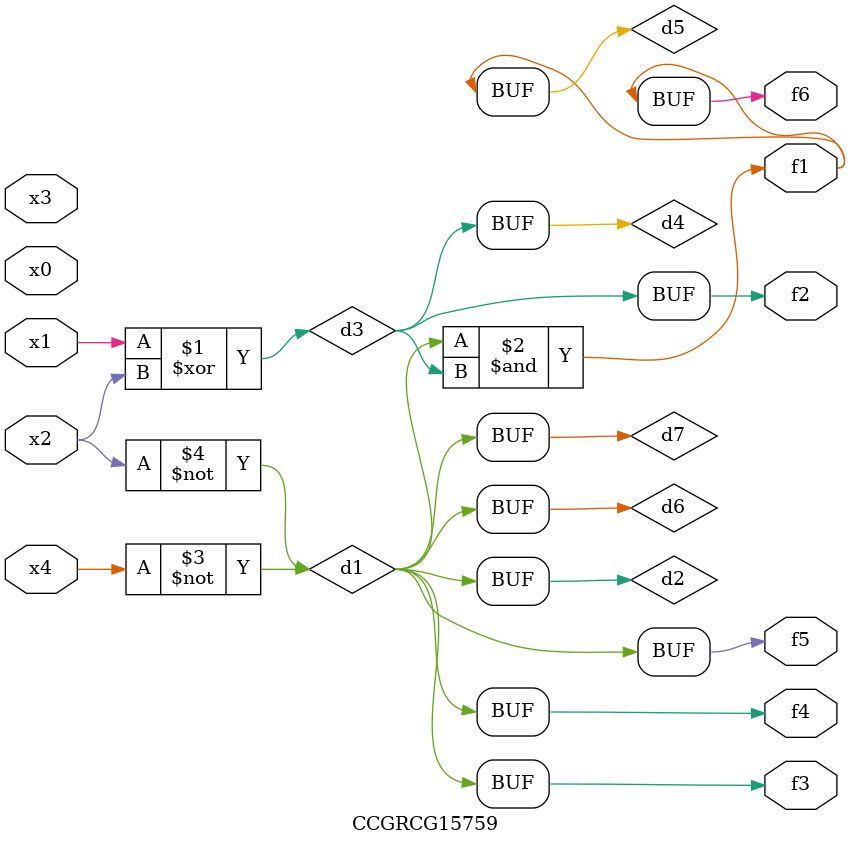
<source format=v>
module CCGRCG15759(
	input x0, x1, x2, x3, x4,
	output f1, f2, f3, f4, f5, f6
);

	wire d1, d2, d3, d4, d5, d6, d7;

	not (d1, x4);
	not (d2, x2);
	xor (d3, x1, x2);
	buf (d4, d3);
	and (d5, d1, d3);
	buf (d6, d1, d2);
	buf (d7, d2);
	assign f1 = d5;
	assign f2 = d4;
	assign f3 = d7;
	assign f4 = d7;
	assign f5 = d7;
	assign f6 = d5;
endmodule

</source>
